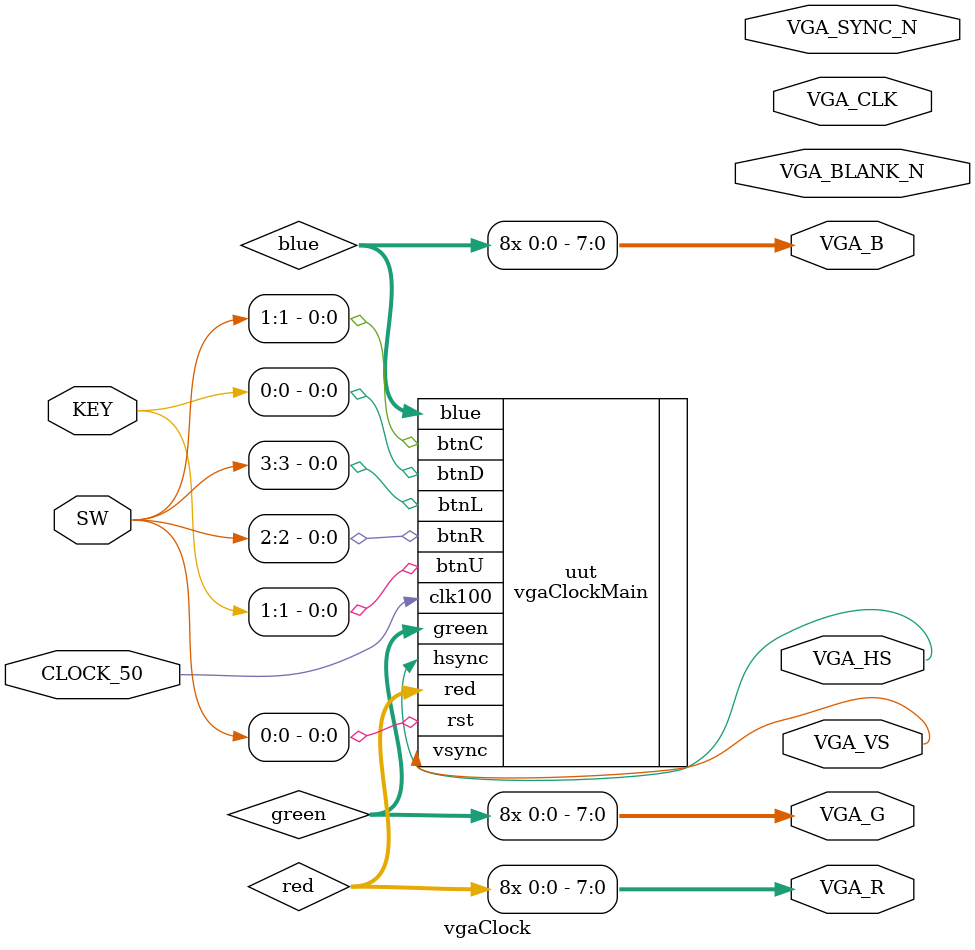
<source format=v>
module vgaClock(

	//////////// CLOCK //////////
	input 		          		CLOCK_50,

	//////////// KEY //////////
	input 		     [3:0]		KEY,

	//////////// SW //////////
	input 		     [9:0]		SW,

	//////////// VGA //////////
	output		          		VGA_BLANK_N,
	output		     [7:0]		VGA_B,
	output		          		VGA_CLK,
	output		     [7:0]		VGA_G,
	output		          		VGA_HS,
	output		     [7:0]		VGA_R,
	output		          		VGA_SYNC_N,
	output		          		VGA_VS
);

wire [2:0] blue;
wire [2:0] green;
wire [2:0] red;

assign VGA_B = {8{blue[0]}};
assign VGA_G = {8{green[0]}};
assign VGA_R = {8{red[0]}};


vgaClockMain uut(
	.clk100(CLOCK_50),
	.rst(SW[0]),
	.btnU(KEY[1]),
	.btnD(KEY[0]),
	.btnL(SW[3]),
	.btnR(SW[2]),
	.btnC(SW[1]),
	.hsync(VGA_HS),
	.vsync(VGA_VS),
	.red(red),
	.green(green),
	.blue(blue)
	);

endmodule

</source>
